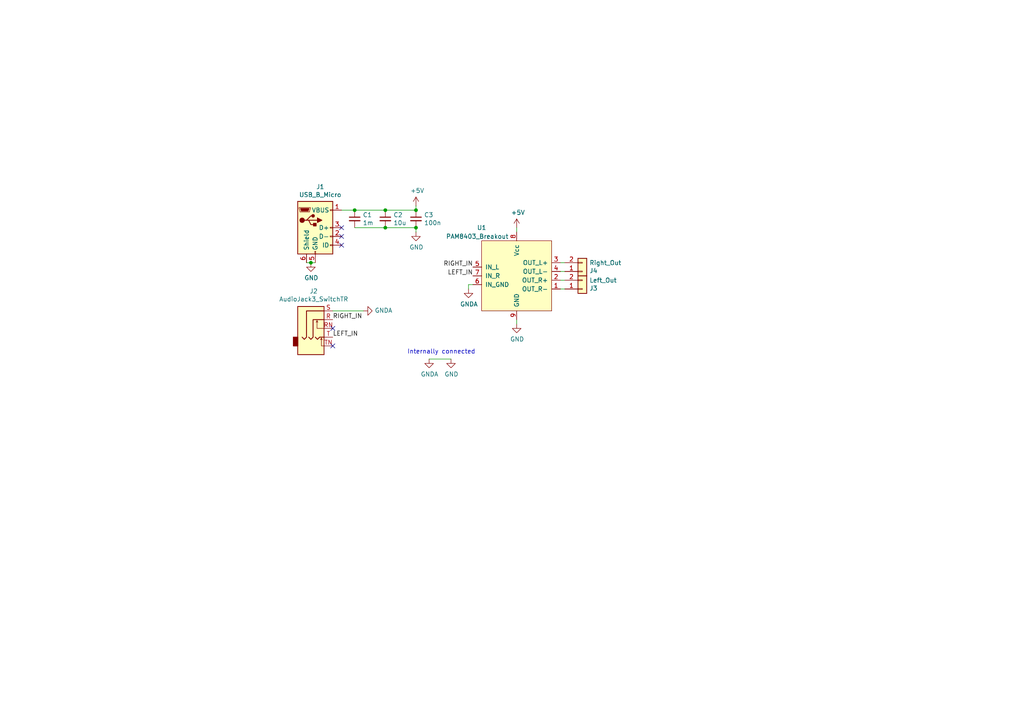
<source format=kicad_sch>
(kicad_sch (version 20231120) (generator "eeschema") (generator_version "8.0")
  (paper "A4")
  (lib_symbols
    (symbol "Connector:AudioJack3_SwitchTR"
      (property "Reference" "J" (at 0 8.89 0))
      (property "Value" "AudioJack3_SwitchTR" (at 0 6.35 0))
      (symbol "AudioJack3_SwitchTR_0_1"
        (rectangle (start -5.08 -5.08) (end -6.35 -7.62) (stroke (width 0.254)) (fill (type outline)))
        (polyline (pts (xy 0.508 -0.254) (xy 0.762 -0.762)))
        (polyline (pts (xy 1.778 -5.334) (xy 2.032 -5.842)))
        (polyline (pts (xy 0 -5.08) (xy 0.635 -5.715) (xy 1.27 -5.08) (xy 2.54 -5.08)) (stroke (width 0.254)))
        (polyline (pts (xy 2.54 -7.62) (xy 1.778 -7.62) (xy 1.778 -5.334) (xy 1.524 -5.842)))
        (polyline (pts (xy 2.54 -2.54) (xy 0.508 -2.54) (xy 0.508 -0.254) (xy 0.254 -0.762)))
        (polyline (pts (xy -1.905 -5.08) (xy -1.27 -5.715) (xy -0.635 -5.08) (xy -0.635 0) (xy 2.54 0)) (stroke (width 0.254)))
        (polyline (pts (xy 2.54 2.54) (xy -2.54 2.54) (xy -2.54 -5.08) (xy -3.175 -5.715) (xy -3.81 -5.08)) (stroke (width 0.254)))
        (rectangle (start 2.54 3.81) (end -5.08 -10.16) (stroke (width 0.254)) (fill (type background)))
      )
      (symbol "AudioJack3_SwitchTR_1_1"
        (pin passive line (at 5.08 0 180) (length 2.54) (name "~") (number "R"))
        (pin passive line (at 5.08 -2.54 180) (length 2.54) (name "~") (number "RN"))
        (pin passive line (at 5.08 2.54 180) (length 2.54) (name "~") (number "S"))
        (pin passive line (at 5.08 -5.08 180) (length 2.54) (name "~") (number "T"))
        (pin passive line (at 5.08 -7.62 180) (length 2.54) (name "~") (number "TN"))
      )
    )
    (symbol "Connector:USB_B_Micro" (pin_names (offset 1.016))
      (property "Reference" "J" (at -5.08 11.43 0))
      (property "Value" "USB_B_Micro" (at -5.08 8.89 0))
      (symbol "USB_B_Micro_0_1"
        (rectangle (start -5.08 -7.62) (end 5.08 7.62) (stroke (width 0.254)) (fill (type background)))
        (circle (center -3.81 2.159) (radius 0.635) (stroke (width 0.254)) (fill (type outline)))
        (circle (center -0.635 3.429) (radius 0.381) (stroke (width 0.254)) (fill (type outline)))
        (rectangle (start -0.127 -7.62) (end 0.127 -6.858))
        (polyline (pts (xy -1.905 2.159) (xy 0.635 2.159)) (stroke (width 0.254)))
        (polyline (pts (xy -3.175 2.159) (xy -2.54 2.159) (xy -1.27 3.429) (xy -0.635 3.429)) (stroke (width 0.254)))
        (polyline (pts (xy -2.54 2.159) (xy -1.905 2.159) (xy -1.27 0.889) (xy 0 0.889)) (stroke (width 0.254)))
        (polyline (pts (xy 0.635 2.794) (xy 0.635 1.524) (xy 1.905 2.159) (xy 0.635 2.794)) (stroke (width 0.254)) (fill (type outline)))
        (polyline (pts (xy -4.318 5.588) (xy -1.778 5.588) (xy -2.032 4.826) (xy -4.064 4.826) (xy -4.318 5.588)) (fill (type outline)))
        (polyline (pts (xy -4.699 5.842) (xy -4.699 5.588) (xy -4.445 4.826) (xy -4.445 4.572) (xy -1.651 4.572) (xy -1.651 4.826) (xy -1.397 5.588) (xy -1.397 5.842) (xy -4.699 5.842)))
        (rectangle (start 0.254 1.27) (end -0.508 0.508) (stroke (width 0.254)) (fill (type outline)))
        (rectangle (start 5.08 -5.207) (end 4.318 -4.953))
        (rectangle (start 5.08 -2.667) (end 4.318 -2.413))
        (rectangle (start 5.08 -0.127) (end 4.318 0.127))
        (rectangle (start 5.08 4.953) (end 4.318 5.207))
      )
      (symbol "USB_B_Micro_1_1"
        (pin power_out line (at 7.62 5.08 180) (length 2.54) (name "VBUS") (number "1"))
        (pin bidirectional line (at 7.62 -2.54 180) (length 2.54) (name "D-") (number "2"))
        (pin bidirectional line (at 7.62 0 180) (length 2.54) (name "D+") (number "3"))
        (pin passive line (at 7.62 -5.08 180) (length 2.54) (name "ID") (number "4"))
        (pin power_out line (at 0 -10.16 90) (length 2.54) (name "GND") (number "5"))
        (pin passive line (at -2.54 -10.16 90) (length 2.54) (name "Shield") (number "6"))
      )
    )
    (symbol "Connector_Generic:Conn_01x02" (pin_names (offset 1.016) hide)
      (property "Reference" "J" (at 0 2.54 0))
      (property "Value" "Conn_01x02" (at 0 -5.08 0))
      (symbol "Conn_01x02_1_1"
        (rectangle (start -1.27 -2.413) (end 0 -2.667) (stroke (width 0.1524)))
        (rectangle (start -1.27 0.127) (end 0 -0.127) (stroke (width 0.1524)))
        (rectangle (start -1.27 1.27) (end 1.27 -3.81) (stroke (width 0.254)) (fill (type background)))
        (pin passive line (at -5.08 0 0) (length 3.81) (name "Pin_1") (number "1"))
        (pin passive line (at -5.08 -2.54 0) (length 3.81) (name "Pin_2") (number "2"))
      )
    )
    (symbol "Device:C_Small" (pin_numbers hide) (pin_names (offset 0.254) hide)
      (property "Reference" "C" (at 0.254 1.778 0))
      (property "Value" "C_Small" (at 0.254 -2.032 0))
      (symbol "C_Small_0_1"
        (polyline (pts (xy -1.524 -0.508) (xy 1.524 -0.508)) (stroke (width 0.3302)))
        (polyline (pts (xy -1.524 0.508) (xy 1.524 0.508)) (stroke (width 0.3048)))
      )
      (symbol "C_Small_1_1"
        (pin passive line (at 0 2.54 270) (length 2.032) (name "~") (number "1"))
        (pin passive line (at 0 -2.54 90) (length 2.032) (name "~") (number "2"))
      )
    )
    (symbol "extraparts:PAM8403_Breakout" (pin_names (offset 1.016))
      (property "Reference" "U" (at 0 17.78 0))
      (property "Value" "PAM8403_Breakout" (at 0 15.24 0))
      (symbol "PAM8403_Breakout_0_1"
        (rectangle (start -10.16 10.16) (end 10.16 -10.16) (fill (type background)))
      )
      (symbol "PAM8403_Breakout_1_1"
        (pin output line (at 12.7 -3.81 180) (length 2.54) (name "OUT_R-") (number "1"))
        (pin output line (at 12.7 -1.27 180) (length 2.54) (name "OUT_R+") (number "2"))
        (pin output line (at 12.7 3.81 180) (length 2.54) (name "OUT_L+") (number "3"))
        (pin output line (at 12.7 1.27 180) (length 2.54) (name "OUT_L-") (number "4"))
        (pin input line (at -12.7 2.54 0) (length 2.54) (name "IN_L") (number "5"))
        (pin input line (at -12.7 -2.54 0) (length 2.54) (name "IN_GND") (number "6"))
        (pin input line (at -12.7 0 0) (length 2.54) (name "IN_R") (number "7"))
        (pin power_in line (at 0 12.7 270) (length 2.54) (name "Vcc") (number "8"))
        (pin power_in line (at 0 -12.7 90) (length 2.54) (name "GND") (number "9"))
      )
    )
    (symbol "power:+5V" (power) (pin_names (offset 0))
      (property "Value" "+5V" (at 0 3.556 0))
      (symbol "+5V_0_1"
        (polyline (pts (xy -0.762 1.27) (xy 0 2.54)))
        (polyline (pts (xy 0 0) (xy 0 2.54)))
        (polyline (pts (xy 0 2.54) (xy 0.762 1.27)))
      )
      (symbol "+5V_1_1"
        (pin power_in line (at 0 0 90) (length 0) hide (name "+5V") (number "1"))
      )
    )
    (symbol "power:GND" (power) (pin_names (offset 0))
      (property "Value" "GND" (at 0 -3.81 0))
      (symbol "GND_0_1"
        (polyline (pts (xy 0 0) (xy 0 -1.27) (xy 1.27 -1.27) (xy 0 -2.54) (xy -1.27 -1.27) (xy 0 -1.27)))
      )
      (symbol "GND_1_1"
        (pin power_in line (at 0 0 270) (length 0) hide (name "GND") (number "1"))
      )
    )
    (symbol "power:GNDA" (power) (pin_names (offset 0))
      (property "Value" "GNDA" (at 0 -3.81 0))
      (symbol "GNDA_0_1"
        (polyline (pts (xy 0 0) (xy 0 -1.27) (xy 1.27 -1.27) (xy 0 -2.54) (xy -1.27 -1.27) (xy 0 -1.27)))
      )
      (symbol "GNDA_1_1"
        (pin power_in line (at 0 0 270) (length 0) hide (name "GNDA") (number "1"))
      )
    )
  )
  (junction (at 111.76 60.96))
  (junction (at 111.76 66.04))
  (junction (at 90.17 76.2))
  (junction (at 120.65 66.04))
  (junction (at 120.65 60.96))
  (junction (at 102.87 60.96))
  (no_connect (at 99.06 68.58))
  (no_connect (at 99.06 66.04))
  (no_connect (at 96.52 100.33))
  (no_connect (at 96.52 95.25))
  (no_connect (at 99.06 71.12))
  (wire (pts (xy 90.17 76.2) (xy 91.44 76.2)))
  (wire (pts (xy 96.52 90.17) (xy 105.41 90.17)))
  (wire (pts (xy 135.89 83.82) (xy 135.89 82.55)))
  (wire (pts (xy 99.06 60.96) (xy 102.87 60.96)))
  (wire (pts (xy 102.87 66.04) (xy 111.76 66.04)))
  (wire (pts (xy 162.56 76.2) (xy 163.83 76.2)))
  (wire (pts (xy 111.76 60.96) (xy 120.65 60.96)))
  (wire (pts (xy 102.87 60.96) (xy 111.76 60.96)))
  (wire (pts (xy 162.56 81.28) (xy 163.83 81.28)))
  (wire (pts (xy 135.89 82.55) (xy 137.16 82.55)))
  (wire (pts (xy 120.65 66.04) (xy 120.65 67.31)))
  (wire (pts (xy 149.86 92.71) (xy 149.86 93.98)))
  (wire (pts (xy 124.46 104.14) (xy 130.81 104.14)))
  (wire (pts (xy 162.56 78.74) (xy 163.83 78.74)))
  (wire (pts (xy 120.65 60.96) (xy 120.65 59.69)))
  (wire (pts (xy 162.56 83.82) (xy 163.83 83.82)))
  (wire (pts (xy 149.86 66.04) (xy 149.86 67.31)))
  (wire (pts (xy 111.76 66.04) (xy 120.65 66.04)))
  (wire (pts (xy 88.9 76.2) (xy 90.17 76.2)))
  (text "Internally connected" (at 118.11 102.87 0) (effects (font (size 1.27 1.27)) (justify left bottom)))
  (label "RIGHT_IN" (at 96.52 92.71 0))
  (label "LEFT_IN" (at 137.16 80.01 180))
  (label "RIGHT_IN" (at 137.16 77.47 180))
  (label "LEFT_IN" (at 96.52 97.79 0))
  (symbol (lib_id "Connector:USB_B_Micro") (at 91.44 66.04 0) (unit 1)
    (property "Reference" "J1" (at 92.8878 54.1782 0))
    (property "Value" "USB_B_Micro" (at 92.8878 56.4896 0))
    (property "Footprint" "extraparts:USB_Micro-B_U254-05" (effects (hide yes)))
  )
  (symbol (lib_id "Connector:AudioJack3_SwitchTR") (at 91.44 92.71 0) (unit 1)
    (property "Reference" "J2" (at 90.9828 84.455 0))
    (property "Value" "AudioJack3_SwitchTR" (at 90.9828 86.7664 0))
    (property "Footprint" "extraparts:SJ1-3525N" (effects (hide yes)))
  )
  (symbol (lib_id "Connector_Generic:Conn_01x02") (at 168.91 83.82 0) (mirror x) (unit 1)
    (property "Reference" "J3" (at 170.942 83.6168 0) (effects (justify left)))
    (property "Value" "Left_Out" (at 170.942 81.3054 0) (effects (justify left)))
    (property "Footprint" "extraparts:Molex_DuraClik_RH_2pin" (effects (hide yes)))
  )
  (symbol (lib_id "power:+5V") (at 120.65 59.69 0) (unit 1)
    (property "Reference" "#PWR03" (effects (hide yes)))
    (property "Value" "+5V" (at 121.031 55.2958 0))
  )
  (symbol (lib_id "power:GND") (at 90.17 76.2 0) (unit 1)
    (property "Reference" "#PWR01" (effects (hide yes)))
    (property "Value" "GND" (at 90.297 80.5942 0))
  )
  (symbol (lib_id "Connector_Generic:Conn_01x02") (at 168.91 78.74 0) (mirror x) (unit 1)
    (property "Reference" "J4" (at 170.942 78.5368 0) (effects (justify left)))
    (property "Value" "Right_Out" (at 170.942 76.2254 0) (effects (justify left)))
    (property "Footprint" "extraparts:Molex_DuraClik_Vert_2pin" (effects (hide yes)))
  )
  (symbol (lib_id "Device:C_Small") (at 102.87 63.5 0) (unit 1)
    (property "Reference" "C1" (at 105.2068 62.3316 0) (effects (justify left)))
    (property "Value" "1m" (at 105.2068 64.643 0) (effects (justify left)))
    (property "Footprint" "Capacitor_THT:CP_Radial_D8.0mm_P3.50mm" (effects (hide yes)))
  )
  (symbol (lib_id "power:GND") (at 120.65 67.31 0) (unit 1)
    (property "Reference" "#PWR04" (effects (hide yes)))
    (property "Value" "GND" (at 120.777 71.7042 0))
  )
  (symbol (lib_id "Device:C_Small") (at 111.76 63.5 0) (unit 1)
    (property "Reference" "C2" (at 114.0968 62.3316 0) (effects (justify left)))
    (property "Value" "10u" (at 114.0968 64.643 0) (effects (justify left)))
    (property "Footprint" "Capacitor_SMD:C_0805_2012Metric" (effects (hide yes)))
  )
  (symbol (lib_id "Device:C_Small") (at 120.65 63.5 0) (unit 1)
    (property "Reference" "C3" (at 122.9868 62.3316 0) (effects (justify left)))
    (property "Value" "100n" (at 122.9868 64.643 0) (effects (justify left)))
    (property "Footprint" "Capacitor_SMD:C_0805_2012Metric" (effects (hide yes)))
  )
  (symbol (lib_id "extraparts:PAM8403_Breakout") (at 149.86 80.01 0) (unit 1)
    (property "Reference" "U1" (at 139.7 66.04 0))
    (property "Value" "PAM8403_Breakout" (at 138.43 68.58 0))
    (property "Footprint" "extraparts:PAM8403_Breakout" (effects (hide yes)))
  )
  (symbol (lib_id "power:GND") (at 149.86 93.98 0) (unit 1)
    (property "Reference" "#PWR07" (effects (hide yes)))
    (property "Value" "GND" (at 149.987 98.3742 0))
  )
  (symbol (lib_id "power:+5V") (at 149.86 66.04 0) (unit 1)
    (property "Reference" "#PWR06" (effects (hide yes)))
    (property "Value" "+5V" (at 150.241 61.6458 0))
  )
  (symbol (lib_id "power:GNDA") (at 105.41 90.17 90) (unit 1)
    (property "Reference" "#PWR02" (effects (hide yes)))
    (property "Value" "GNDA" (at 108.6612 90.043 90) (effects (justify right)))
  )
  (symbol (lib_id "power:GNDA") (at 135.89 83.82 0) (unit 1)
    (property "Reference" "#PWR05" (effects (hide yes)))
    (property "Value" "GNDA" (at 136.017 88.2142 0))
  )
  (symbol (lib_id "power:GNDA") (at 124.46 104.14 0) (unit 1)
    (property "Reference" "#PWR0101" (effects (hide yes)))
    (property "Value" "GNDA" (at 124.587 108.5342 0))
  )
  (symbol (lib_id "power:GND") (at 130.81 104.14 0) (unit 1)
    (property "Reference" "#PWR0102" (effects (hide yes)))
    (property "Value" "GND" (at 130.937 108.5342 0))
  )
)
</source>
